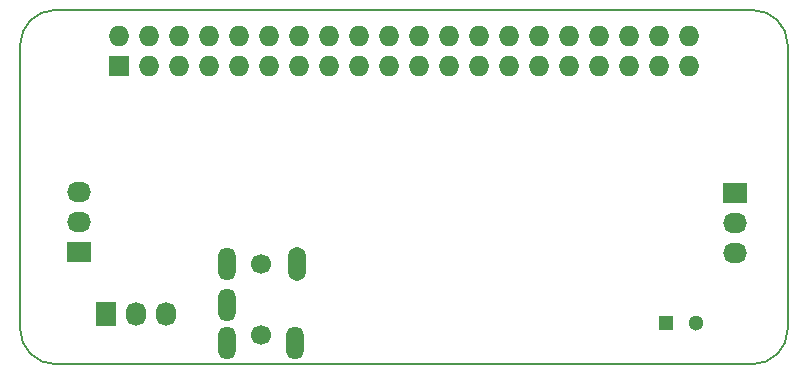
<source format=gbs>
G04 #@! TF.FileFunction,Soldermask,Bot*
%FSLAX45Y45*%
G04 Gerber Fmt 4.5, Leading zero omitted, Abs format (unit mm)*
G04 Created by KiCad (PCBNEW 4.0.6+dfsg1-1) date Thu Nov  9 14:23:44 2017*
%MOMM*%
%LPD*%
G01*
G04 APERTURE LIST*
%ADD10C,0.150000*%
%ADD11R,2.032000X1.727200*%
%ADD12O,2.032000X1.727200*%
%ADD13R,1.727200X1.727200*%
%ADD14O,1.727200X1.727200*%
%ADD15O,1.500000X2.800000*%
%ADD16O,1.500000X2.900000*%
%ADD17C,1.700000*%
%ADD18C,1.300000*%
%ADD19R,1.300000X1.300000*%
%ADD20R,1.727200X2.032000*%
%ADD21O,1.727200X2.032000*%
G04 APERTURE END LIST*
D10*
X16950000Y-12205000D02*
X16950000Y-12250000D01*
X16650000Y-12550000D02*
X16595000Y-12550000D01*
X16950000Y-12205000D02*
X16950000Y-12250000D01*
X16950000Y-9850000D02*
X16950000Y-12205000D01*
X10750000Y-12550000D02*
X16595000Y-12550000D01*
X10450000Y-11450000D02*
X10450000Y-12250000D01*
X10750000Y-9550000D02*
X16600000Y-9550000D01*
X10450000Y-11450000D02*
X10450000Y-9850000D01*
X10450000Y-12250000D02*
G75*
G03X10750000Y-12550000I300000J0D01*
G01*
X16650000Y-12550000D02*
G75*
G03X16950000Y-12250000I0J300000D01*
G01*
X16650000Y-9550000D02*
X16600000Y-9550000D01*
X16950000Y-9850000D02*
G75*
G03X16650000Y-9550000I-300000J0D01*
G01*
X10750000Y-9550000D02*
G75*
G03X10450000Y-9850000I0J-300000D01*
G01*
D11*
X16500000Y-11100000D03*
D12*
X16500000Y-11354000D03*
X16500000Y-11608000D03*
D13*
X11291188Y-10025942D03*
D14*
X11291188Y-9771942D03*
X11545188Y-10025942D03*
X11545188Y-9771942D03*
X11799188Y-10025942D03*
X11799188Y-9771942D03*
X12053188Y-10025942D03*
X12053188Y-9771942D03*
X12307188Y-10025942D03*
X12307188Y-9771942D03*
X12561188Y-10025942D03*
X12561188Y-9771942D03*
X12815188Y-10025942D03*
X12815188Y-9771942D03*
X13069188Y-10025942D03*
X13069188Y-9771942D03*
X13323188Y-10025942D03*
X13323188Y-9771942D03*
X13577188Y-10025942D03*
X13577188Y-9771942D03*
X13831188Y-10025942D03*
X13831188Y-9771942D03*
X14085188Y-10025942D03*
X14085188Y-9771942D03*
X14339188Y-10025942D03*
X14339188Y-9771942D03*
X14593188Y-10025942D03*
X14593188Y-9771942D03*
X14847188Y-10025942D03*
X14847188Y-9771942D03*
X15101188Y-10025942D03*
X15101188Y-9771942D03*
X15355188Y-10025942D03*
X15355188Y-9771942D03*
X15609188Y-10025942D03*
X15609188Y-9771942D03*
X15863188Y-10025942D03*
X15863188Y-9771942D03*
X16117188Y-10025942D03*
X16117188Y-9771942D03*
D15*
X12781188Y-12370942D03*
X12201188Y-12370942D03*
X12201188Y-12050942D03*
X12201188Y-11700942D03*
D16*
X12791188Y-11700942D03*
D17*
X12491188Y-12300942D03*
X12491188Y-11700942D03*
D18*
X16170000Y-12200000D03*
D19*
X15920000Y-12200000D03*
D11*
X10950000Y-11600000D03*
D12*
X10950000Y-11346000D03*
X10950000Y-11092000D03*
D20*
X11175000Y-12125000D03*
D21*
X11429000Y-12125000D03*
X11683000Y-12125000D03*
M02*

</source>
